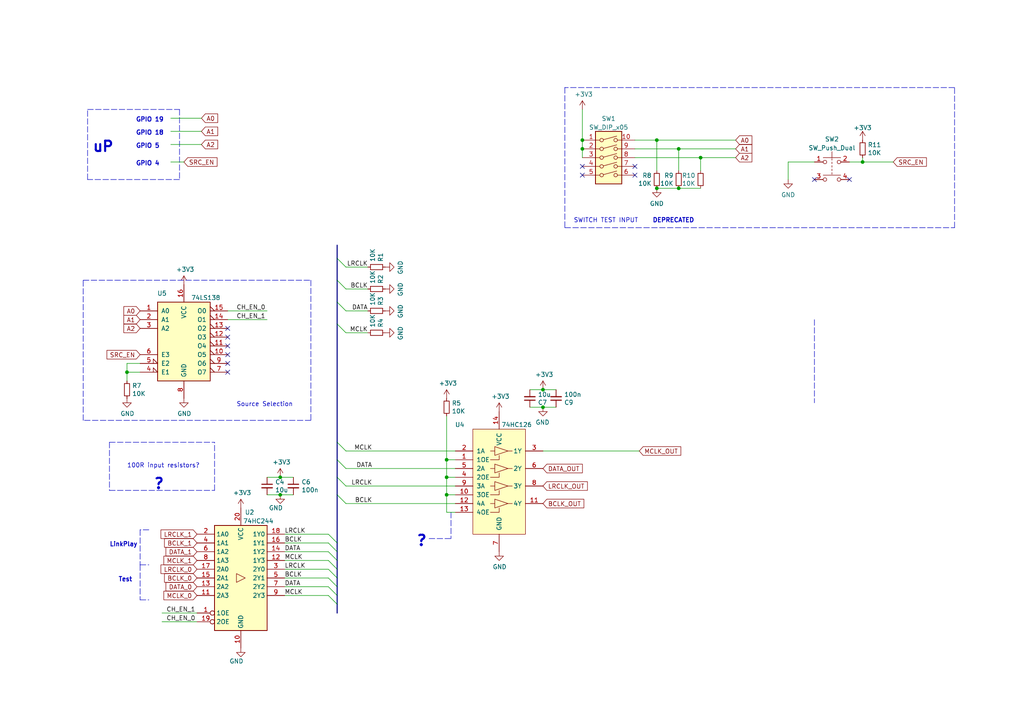
<source format=kicad_sch>
(kicad_sch (version 20211123) (generator eeschema)
  (paper "A4")
  (lib_symbols
    (symbol "74xx:74HC244"
      (property "Reference" "U" (at -7.62 16.51 0))
      (property "Value" "74HC244" (at -7.62 -16.51 0))
      (symbol "74HC244_1_0"
        (polyline (pts (xy 1.27 0) (xy -1.27 1.27) (xy -1.27 -1.27) (xy 1.27 0)) (stroke (width 0.1524)))
        (pin input inverted (at -12.7 -10.16 0) (length 5.08) (name "1OE") (number "1"))
        (pin power_in line (at 0 -20.32 90) (length 5.08) (name "GND") (number "10"))
        (pin input line (at -12.7 -5.08 0) (length 5.08) (name "2A3") (number "11"))
        (pin tri_state line (at 12.7 5.08 180) (length 5.08) (name "1Y3") (number "12"))
        (pin input line (at -12.7 -2.54 0) (length 5.08) (name "2A2") (number "13"))
        (pin tri_state line (at 12.7 7.62 180) (length 5.08) (name "1Y2") (number "14"))
        (pin input line (at -12.7 0 0) (length 5.08) (name "2A1") (number "15"))
        (pin tri_state line (at 12.7 10.16 180) (length 5.08) (name "1Y1") (number "16"))
        (pin input line (at -12.7 2.54 0) (length 5.08) (name "2A0") (number "17"))
        (pin tri_state line (at 12.7 12.7 180) (length 5.08) (name "1Y0") (number "18"))
        (pin input inverted (at -12.7 -12.7 0) (length 5.08) (name "2OE") (number "19"))
        (pin input line (at -12.7 12.7 0) (length 5.08) (name "1A0") (number "2"))
        (pin power_in line (at 0 20.32 270) (length 5.08) (name "VCC") (number "20"))
        (pin tri_state line (at 12.7 2.54 180) (length 5.08) (name "2Y0") (number "3"))
        (pin input line (at -12.7 10.16 0) (length 5.08) (name "1A1") (number "4"))
        (pin tri_state line (at 12.7 0 180) (length 5.08) (name "2Y1") (number "5"))
        (pin input line (at -12.7 7.62 0) (length 5.08) (name "1A2") (number "6"))
        (pin tri_state line (at 12.7 -2.54 180) (length 5.08) (name "2Y2") (number "7"))
        (pin input line (at -12.7 5.08 0) (length 5.08) (name "1A3") (number "8"))
        (pin tri_state line (at 12.7 -5.08 180) (length 5.08) (name "2Y3") (number "9"))
      )
      (symbol "74HC244_1_1"
        (rectangle (start -7.62 15.24) (end 7.62 -15.24) (stroke (width 0.254)) (fill (type background)))
      )
    )
    (symbol "74xx:74LS138" (pin_names (offset 1.016))
      (property "Reference" "U" (at -7.62 11.43 0))
      (property "Value" "74LS138" (at -7.62 -13.97 0))
      (symbol "74LS138_1_0"
        (pin input line (at -12.7 7.62 0) (length 5.08) (name "A0") (number "1"))
        (pin output output_low (at 12.7 -5.08 180) (length 5.08) (name "O5") (number "10"))
        (pin output output_low (at 12.7 -2.54 180) (length 5.08) (name "O4") (number "11"))
        (pin output output_low (at 12.7 0 180) (length 5.08) (name "O3") (number "12"))
        (pin output output_low (at 12.7 2.54 180) (length 5.08) (name "O2") (number "13"))
        (pin output output_low (at 12.7 5.08 180) (length 5.08) (name "O1") (number "14"))
        (pin output output_low (at 12.7 7.62 180) (length 5.08) (name "O0") (number "15"))
        (pin power_in line (at 0 15.24 270) (length 5.08) (name "VCC") (number "16"))
        (pin input line (at -12.7 5.08 0) (length 5.08) (name "A1") (number "2"))
        (pin input line (at -12.7 2.54 0) (length 5.08) (name "A2") (number "3"))
        (pin input input_low (at -12.7 -10.16 0) (length 5.08) (name "E1") (number "4"))
        (pin input input_low (at -12.7 -7.62 0) (length 5.08) (name "E2") (number "5"))
        (pin input line (at -12.7 -5.08 0) (length 5.08) (name "E3") (number "6"))
        (pin output output_low (at 12.7 -10.16 180) (length 5.08) (name "O7") (number "7"))
        (pin power_in line (at 0 -17.78 90) (length 5.08) (name "GND") (number "8"))
        (pin output output_low (at 12.7 -7.62 180) (length 5.08) (name "O6") (number "9"))
      )
      (symbol "74LS138_1_1"
        (rectangle (start -7.62 10.16) (end 7.62 -12.7) (stroke (width 0.254)) (fill (type background)))
      )
    )
    (symbol "Device:C_Small" (pin_numbers hide) (pin_names (offset 0.254) hide)
      (property "Reference" "C" (at 0.254 1.778 0))
      (property "Value" "C_Small" (at 0.254 -2.032 0))
      (symbol "C_Small_0_1"
        (polyline (pts (xy -1.524 -0.508) (xy 1.524 -0.508)) (stroke (width 0.3302)))
        (polyline (pts (xy -1.524 0.508) (xy 1.524 0.508)) (stroke (width 0.3048)))
      )
      (symbol "C_Small_1_1"
        (pin passive line (at 0 2.54 270) (length 2.032) (name "~") (number "1"))
        (pin passive line (at 0 -2.54 90) (length 2.032) (name "~") (number "2"))
      )
    )
    (symbol "Device:R_Small" (pin_numbers hide) (pin_names (offset 0.254) hide)
      (property "Reference" "R" (at 0.762 0.508 0))
      (property "Value" "R_Small" (at 0.762 -1.016 0))
      (symbol "R_Small_0_1"
        (rectangle (start -0.762 1.778) (end 0.762 -1.778) (stroke (width 0.2032)))
      )
      (symbol "R_Small_1_1"
        (pin passive line (at 0 2.54 270) (length 0.762) (name "~") (number "1"))
        (pin passive line (at 0 -2.54 90) (length 0.762) (name "~") (number "2"))
      )
    )
    (symbol "Switch:SW_DIP_x05" (pin_names (offset 0) hide)
      (property "Reference" "SW" (at 0 8.89 0))
      (property "Value" "SW_DIP_x05" (at 0 -8.89 0))
      (symbol "SW_DIP_x05_0_0"
        (circle (center -2.032 -5.08) (radius 0.508))
        (circle (center -2.032 -2.54) (radius 0.508))
        (circle (center -2.032 0) (radius 0.508))
        (circle (center -2.032 2.54) (radius 0.508))
        (circle (center -2.032 5.08) (radius 0.508))
        (polyline (pts (xy -1.524 -4.9276) (xy 2.3622 -3.8862)))
        (polyline (pts (xy -1.524 -2.3876) (xy 2.3622 -1.3462)))
        (polyline (pts (xy -1.524 0.127) (xy 2.3622 1.1684)))
        (polyline (pts (xy -1.524 2.667) (xy 2.3622 3.7084)))
        (polyline (pts (xy -1.524 5.207) (xy 2.3622 6.2484)))
        (circle (center 2.032 -5.08) (radius 0.508))
        (circle (center 2.032 -2.54) (radius 0.508))
        (circle (center 2.032 0) (radius 0.508))
        (circle (center 2.032 2.54) (radius 0.508))
        (circle (center 2.032 5.08) (radius 0.508))
      )
      (symbol "SW_DIP_x05_0_1"
        (rectangle (start -3.81 7.62) (end 3.81 -7.62) (stroke (width 0.254)) (fill (type background)))
      )
      (symbol "SW_DIP_x05_1_1"
        (pin passive line (at -7.62 5.08 0) (length 5.08) (name "~") (number "1"))
        (pin passive line (at 7.62 5.08 180) (length 5.08) (name "~") (number "10"))
        (pin passive line (at -7.62 2.54 0) (length 5.08) (name "~") (number "2"))
        (pin passive line (at -7.62 0 0) (length 5.08) (name "~") (number "3"))
        (pin passive line (at -7.62 -2.54 0) (length 5.08) (name "~") (number "4"))
        (pin passive line (at -7.62 -5.08 0) (length 5.08) (name "~") (number "5"))
        (pin passive line (at 7.62 -5.08 180) (length 5.08) (name "~") (number "6"))
        (pin passive line (at 7.62 -2.54 180) (length 5.08) (name "~") (number "7"))
        (pin passive line (at 7.62 0 180) (length 5.08) (name "~") (number "8"))
        (pin passive line (at 7.62 2.54 180) (length 5.08) (name "~") (number "9"))
      )
    )
    (symbol "Switch:SW_Push_Dual" (pin_names (offset 1.016) hide)
      (property "Reference" "SW" (at 1.27 2.54 0))
      (property "Value" "SW_Push_Dual" (at 0 -6.858 0))
      (symbol "SW_Push_Dual_0_1"
        (circle (center -2.032 -5.08) (radius 0.508))
        (circle (center -2.032 0) (radius 0.508))
        (polyline (pts (xy 0 -3.048) (xy 0 -3.556)))
        (polyline (pts (xy 0 -2.032) (xy 0 -2.54)))
        (polyline (pts (xy 0 -1.524) (xy 0 -1.016)))
        (polyline (pts (xy 0 -0.508) (xy 0 0)))
        (polyline (pts (xy 0 0.508) (xy 0 1.016)))
        (polyline (pts (xy 0 1.27) (xy 0 3.048)))
        (polyline (pts (xy 2.54 -3.81) (xy -2.54 -3.81)))
        (polyline (pts (xy 2.54 1.27) (xy -2.54 1.27)))
        (circle (center 2.032 -5.08) (radius 0.508))
        (circle (center 2.032 0) (radius 0.508))
        (pin passive line (at -5.08 0 0) (length 2.54) (name "1") (number "1"))
        (pin passive line (at 5.08 0 180) (length 2.54) (name "2") (number "2"))
        (pin passive line (at -5.08 -5.08 0) (length 2.54) (name "3") (number "3"))
        (pin passive line (at 5.08 -5.08 180) (length 2.54) (name "4") (number "4"))
      )
    )
    (symbol "i2s-multiplexer:74HC126" (pin_names (offset 1.016))
      (property "Reference" "U" (at -7.62 16.51 0))
      (property "Value" "74HC126" (at 6.35 -17.78 0))
      (symbol "74HC126_0_1"
        (polyline (pts (xy 2.54 -7.62) (xy 3.81 -7.62)))
        (polyline (pts (xy 2.54 -2.54) (xy 3.81 -2.54)))
        (polyline (pts (xy 2.54 2.54) (xy 3.81 2.54)))
        (polyline (pts (xy 2.54 7.62) (xy 3.81 7.62)))
      )
      (symbol "74HC126_1_0"
        (pin input line (at -12.7 5.08 0) (length 5.08) (name "1OE") (number "1"))
        (pin input line (at -12.7 -5.08 0) (length 5.08) (name "3OE") (number "10"))
        (pin tri_state line (at 12.7 -7.62 180) (length 5.08) (name "4Y") (number "11"))
        (pin input line (at -12.7 -7.62 0) (length 5.08) (name "4A") (number "12"))
        (pin input line (at -12.7 -10.16 0) (length 5.08) (name "4OE") (number "13"))
        (pin power_in line (at 0 19.05 270) (length 5.08) (name "VCC") (number "14"))
        (pin input line (at -12.7 7.62 0) (length 5.08) (name "1A") (number "2"))
        (pin tri_state line (at 12.7 7.62 180) (length 5.08) (name "1Y") (number "3"))
        (pin input line (at -12.7 0 0) (length 5.08) (name "2OE") (number "4"))
        (pin input line (at -12.7 2.54 0) (length 5.08) (name "2A") (number "5"))
        (pin tri_state line (at 12.7 2.54 180) (length 5.08) (name "2Y") (number "6"))
        (pin power_in line (at 0 -21.59 90) (length 5.08) (name "GND") (number "7"))
        (pin tri_state line (at 12.7 -2.54 180) (length 5.08) (name "3Y") (number "8"))
        (pin input line (at -12.7 -2.54 0) (length 5.08) (name "3A") (number "9"))
      )
      (symbol "74HC126_1_1"
        (rectangle (start -7.62 13.97) (end 7.62 -16.51) (fill (type background)))
        (polyline (pts (xy -2.54 -7.62) (xy -1.27 -7.62)))
        (polyline (pts (xy -2.54 -2.54) (xy -1.27 -2.54)))
        (polyline (pts (xy -2.54 2.54) (xy -1.27 2.54)))
        (polyline (pts (xy -2.54 7.62) (xy -1.27 7.62)))
        (polyline (pts (xy 39.37 -15.24) (xy 39.37 -15.24)))
        (polyline (pts (xy -2.54 -10.16) (xy 0 -10.16) (xy 0 -8.89)))
        (polyline (pts (xy -2.54 -5.08) (xy 0 -5.08) (xy 0 -3.81)))
        (polyline (pts (xy -2.54 0) (xy 0 0) (xy 0 1.27)))
        (polyline (pts (xy -2.54 5.08) (xy 0 5.08) (xy 0 6.35)))
        (polyline (pts (xy -1.27 -6.35) (xy -1.27 -8.89) (xy 2.54 -7.62) (xy -1.27 -6.35)))
        (polyline (pts (xy -1.27 -1.27) (xy -1.27 -3.81) (xy 2.54 -2.54) (xy -1.27 -1.27)))
        (polyline (pts (xy -1.27 3.81) (xy -1.27 1.27) (xy 2.54 2.54) (xy -1.27 3.81)))
        (polyline (pts (xy -1.27 8.89) (xy -1.27 6.35) (xy 2.54 7.62) (xy -1.27 8.89)))
      )
    )
    (symbol "power:+3.3V" (power) (pin_names (offset 0))
      (property "Value" "+3.3V" (at 0 3.556 0))
      (symbol "+3.3V_0_1"
        (polyline (pts (xy -0.762 1.27) (xy 0 2.54)))
        (polyline (pts (xy 0 0) (xy 0 2.54)))
        (polyline (pts (xy 0 2.54) (xy 0.762 1.27)))
      )
      (symbol "+3.3V_1_1"
        (pin power_in line (at 0 0 90) (length 0) hide (name "+3V3") (number "1"))
      )
    )
    (symbol "power:+3V3" (power) (pin_names (offset 0))
      (property "Value" "+3V3" (at 0 3.556 0))
      (symbol "+3V3_0_1"
        (polyline (pts (xy -0.762 1.27) (xy 0 2.54)))
        (polyline (pts (xy 0 0) (xy 0 2.54)))
        (polyline (pts (xy 0 2.54) (xy 0.762 1.27)))
      )
      (symbol "+3V3_1_1"
        (pin power_in line (at 0 0 90) (length 0) hide (name "+3V3") (number "1"))
      )
    )
    (symbol "power:GND" (power) (pin_names (offset 0))
      (property "Value" "GND" (at 0 -3.81 0))
      (symbol "GND_0_1"
        (polyline (pts (xy 0 0) (xy 0 -1.27) (xy 1.27 -1.27) (xy 0 -2.54) (xy -1.27 -1.27) (xy 0 -1.27)))
      )
      (symbol "GND_1_1"
        (pin power_in line (at 0 0 270) (length 0) hide (name "GND") (number "1"))
      )
    )
  )
  (junction (at 36.83 107.95))
  (junction (at 157.48 113.03))
  (junction (at 129.54 143.51))
  (junction (at 196.85 54.61))
  (junction (at 81.28 143.51))
  (junction (at 168.91 43.18))
  (junction (at 129.54 133.35))
  (junction (at 129.54 138.43))
  (junction (at 81.28 138.43))
  (junction (at 190.5 54.61))
  (junction (at 190.5 40.64))
  (junction (at 157.48 118.11))
  (junction (at 250.19 46.99))
  (junction (at 203.2 45.72))
  (junction (at 168.91 40.64))
  (junction (at 196.85 43.18))
  (no_connect (at 66.04 107.95))
  (no_connect (at 66.04 100.33))
  (no_connect (at 66.04 97.79))
  (no_connect (at 66.04 95.25))
  (no_connect (at 66.04 102.87))
  (no_connect (at 236.22 52.07))
  (no_connect (at 246.38 52.07))
  (no_connect (at 184.15 48.26))
  (no_connect (at 184.15 50.8))
  (no_connect (at 168.91 50.8))
  (no_connect (at 168.91 48.26))
  (no_connect (at 66.04 105.41))
  (bus_entry (at 97.79 157.48) (size -2.54 -2.54))
  (bus_entry (at 97.79 133.35) (size 2.54 2.54))
  (bus_entry (at 95.25 160.02) (size 2.54 2.54))
  (bus_entry (at 97.79 81.28) (size 2.54 2.54))
  (bus_entry (at 95.25 170.18) (size 2.54 2.54))
  (bus_entry (at 97.79 87.63) (size 2.54 2.54))
  (bus_entry (at 95.25 165.1) (size 2.54 2.54))
  (bus_entry (at 97.79 128.27) (size 2.54 2.54))
  (bus_entry (at 95.25 172.72) (size 2.54 2.54))
  (bus_entry (at 97.79 143.51) (size 2.54 2.54))
  (bus_entry (at 97.79 74.93) (size 2.54 2.54))
  (bus_entry (at 95.25 167.64) (size 2.54 2.54))
  (bus_entry (at 97.79 93.98) (size 2.54 2.54))
  (bus_entry (at 95.25 162.56) (size 2.54 2.54))
  (bus_entry (at 97.79 138.43) (size 2.54 2.54))
  (bus_entry (at 95.25 157.48) (size 2.54 2.54))
  (bus (pts (xy 97.79 143.51) (xy 97.79 157.48)))
  (wire (pts (xy 196.85 43.18) (xy 213.36 43.18)))
  (wire (pts (xy 36.83 107.95) (xy 36.83 110.49)))
  (bus (pts (xy 97.79 162.56) (xy 97.79 165.1)))
  (wire (pts (xy 184.15 43.18) (xy 196.85 43.18)))
  (wire (pts (xy 184.15 45.72) (xy 203.2 45.72)))
  (wire (pts (xy 153.67 118.11) (xy 157.48 118.11)))
  (wire (pts (xy 82.55 167.64) (xy 95.25 167.64)))
  (wire (pts (xy 132.08 143.51) (xy 129.54 143.51)))
  (wire (pts (xy 168.91 31.75) (xy 168.91 40.64)))
  (wire (pts (xy 157.48 113.03) (xy 161.29 113.03)))
  (wire (pts (xy 49.53 38.1) (xy 58.42 38.1)))
  (wire (pts (xy 81.28 138.43) (xy 85.09 138.43)))
  (wire (pts (xy 129.54 148.59) (xy 132.08 148.59)))
  (polyline (pts (xy 25.4 52.07) (xy 25.4 31.75)))
  (wire (pts (xy 106.68 90.17) (xy 100.33 90.17)))
  (wire (pts (xy 203.2 45.72) (xy 213.36 45.72)))
  (wire (pts (xy 250.19 46.99) (xy 259.08 46.99)))
  (wire (pts (xy 190.5 40.64) (xy 190.5 49.53)))
  (wire (pts (xy 100.33 140.97) (xy 132.08 140.97)))
  (polyline (pts (xy 163.83 66.04) (xy 276.86 66.04)))
  (polyline (pts (xy 276.86 66.04) (xy 276.86 25.4)))
  (polyline (pts (xy 43.18 153.67) (xy 40.64 153.67)))
  (wire (pts (xy 190.5 54.61) (xy 196.85 54.61)))
  (polyline (pts (xy 90.17 81.28) (xy 90.17 121.92)))
  (wire (pts (xy 196.85 54.61) (xy 203.2 54.61)))
  (wire (pts (xy 157.48 118.11) (xy 161.29 118.11)))
  (wire (pts (xy 236.22 46.99) (xy 228.6 46.99)))
  (bus (pts (xy 97.79 170.18) (xy 97.79 172.72)))
  (polyline (pts (xy 31.75 128.27) (xy 62.23 128.27)))
  (polyline (pts (xy 25.4 31.75) (xy 52.07 31.75)))
  (wire (pts (xy 196.85 43.18) (xy 196.85 49.53)))
  (polyline (pts (xy 52.07 31.75) (xy 52.07 52.07)))
  (bus (pts (xy 97.79 165.1) (xy 97.79 167.64)))
  (bus (pts (xy 97.79 138.43) (xy 97.79 143.51)))
  (polyline (pts (xy 62.23 142.24) (xy 62.23 128.27)))
  (bus (pts (xy 97.79 172.72) (xy 97.79 175.26)))
  (wire (pts (xy 184.15 40.64) (xy 190.5 40.64)))
  (wire (pts (xy 82.55 165.1) (xy 95.25 165.1)))
  (polyline (pts (xy 130.81 148.59) (xy 130.81 156.21)))
  (wire (pts (xy 203.2 45.72) (xy 203.2 49.53)))
  (wire (pts (xy 106.68 77.47) (xy 100.33 77.47)))
  (wire (pts (xy 49.53 34.29) (xy 58.42 34.29)))
  (wire (pts (xy 82.55 157.48) (xy 95.25 157.48)))
  (polyline (pts (xy 124.46 156.21) (xy 130.81 156.21)))
  (wire (pts (xy 190.5 40.64) (xy 213.36 40.64)))
  (wire (pts (xy 168.91 40.64) (xy 168.91 43.18)))
  (polyline (pts (xy 236.22 92.71) (xy 236.22 116.84)))
  (wire (pts (xy 82.55 170.18) (xy 95.25 170.18)))
  (wire (pts (xy 49.53 41.91) (xy 58.42 41.91)))
  (polyline (pts (xy 31.75 142.24) (xy 62.23 142.24)))
  (polyline (pts (xy 163.83 25.4) (xy 163.83 66.04)))
  (wire (pts (xy 46.99 177.8) (xy 57.15 177.8)))
  (bus (pts (xy 97.79 74.93) (xy 97.79 81.28)))
  (wire (pts (xy 46.99 180.34) (xy 57.15 180.34)))
  (wire (pts (xy 129.54 120.65) (xy 129.54 133.35)))
  (polyline (pts (xy 163.83 25.4) (xy 163.83 25.4)))
  (wire (pts (xy 132.08 146.05) (xy 100.33 146.05)))
  (polyline (pts (xy 24.13 81.28) (xy 90.17 81.28)))
  (bus (pts (xy 97.79 71.12) (xy 97.79 74.93)))
  (bus (pts (xy 97.79 160.02) (xy 97.79 162.56)))
  (wire (pts (xy 129.54 133.35) (xy 129.54 138.43)))
  (bus (pts (xy 97.79 81.28) (xy 97.79 87.63)))
  (wire (pts (xy 77.47 138.43) (xy 81.28 138.43)))
  (bus (pts (xy 97.79 167.64) (xy 97.79 170.18)))
  (wire (pts (xy 66.04 90.17) (xy 77.47 90.17)))
  (wire (pts (xy 49.53 46.99) (xy 53.34 46.99)))
  (wire (pts (xy 81.28 143.51) (xy 85.09 143.51)))
  (bus (pts (xy 97.79 128.27) (xy 97.79 133.35)))
  (wire (pts (xy 82.55 172.72) (xy 95.25 172.72)))
  (polyline (pts (xy 40.64 163.83) (xy 43.18 163.83)))
  (wire (pts (xy 77.47 143.51) (xy 81.28 143.51)))
  (wire (pts (xy 106.68 83.82) (xy 100.33 83.82)))
  (bus (pts (xy 97.79 157.48) (xy 97.79 160.02)))
  (wire (pts (xy 157.48 130.81) (xy 185.42 130.81)))
  (wire (pts (xy 100.33 135.89) (xy 132.08 135.89)))
  (polyline (pts (xy 40.64 153.67) (xy 40.64 163.83)))
  (wire (pts (xy 129.54 138.43) (xy 132.08 138.43)))
  (wire (pts (xy 153.67 113.03) (xy 157.48 113.03)))
  (wire (pts (xy 36.83 105.41) (xy 40.64 105.41)))
  (wire (pts (xy 82.55 154.94) (xy 95.25 154.94)))
  (wire (pts (xy 106.68 96.52) (xy 100.33 96.52)))
  (wire (pts (xy 66.04 92.71) (xy 77.47 92.71)))
  (wire (pts (xy 100.33 130.81) (xy 132.08 130.81)))
  (wire (pts (xy 82.55 160.02) (xy 95.25 160.02)))
  (polyline (pts (xy 90.17 121.92) (xy 24.13 121.92)))
  (bus (pts (xy 97.79 175.26) (xy 97.79 177.8)))
  (polyline (pts (xy 24.13 121.92) (xy 24.13 81.28)))
  (bus (pts (xy 97.79 133.35) (xy 97.79 138.43)))
  (wire (pts (xy 246.38 46.99) (xy 250.19 46.99)))
  (wire (pts (xy 36.83 105.41) (xy 36.83 107.95)))
  (polyline (pts (xy 40.64 173.99) (xy 43.18 173.99)))
  (bus (pts (xy 97.79 93.98) (xy 97.79 128.27)))
  (wire (pts (xy 82.55 162.56) (xy 95.25 162.56)))
  (wire (pts (xy 129.54 143.51) (xy 129.54 148.59)))
  (polyline (pts (xy 276.86 25.4) (xy 163.83 25.4)))
  (polyline (pts (xy 31.75 128.27) (xy 31.75 142.24)))
  (wire (pts (xy 129.54 143.51) (xy 129.54 138.43)))
  (wire (pts (xy 168.91 43.18) (xy 168.91 45.72)))
  (polyline (pts (xy 52.07 52.07) (xy 25.4 52.07)))
  (wire (pts (xy 250.19 46.99) (xy 250.19 45.72)))
  (wire (pts (xy 40.64 107.95) (xy 36.83 107.95)))
  (polyline (pts (xy 40.64 163.83) (xy 40.64 173.99)))
  (bus (pts (xy 97.79 87.63) (xy 97.79 93.98)))
  (wire (pts (xy 228.6 46.99) (xy 228.6 52.07)))
  (wire (pts (xy 132.08 133.35) (xy 129.54 133.35)))
  (text "GPIO 18\n" (at 39.37 39.37 0) (effects (font (size 1.27 1.27) bold) (justify left bottom)))
  (text "GPIO 5\n" (at 39.37 43.18 0) (effects (font (size 1.27 1.27) bold) (justify left bottom)))
  (text "DEPRECATED" (at 189.23 64.77 0) (effects (font (size 1.27 1.27) (thickness 0.254) bold) (justify left bottom)))
  (text "LinkPlay" (at 31.75 158.75 0) (effects (font (size 1.27 1.27) bold) (justify left bottom)))
  (text "100R input resistors?" (at 36.83 135.89 0) (effects (font (size 1.27 1.27)) (justify left bottom)))
  (text "Test" (at 34.29 168.91 0) (effects (font (size 1.27 1.27) bold) (justify left bottom)))
  (text "uP" (at 26.67 44.45 0) (effects (font (size 3 3) bold) (justify left bottom)))
  (text "?" (at 120.65 158.75 0) (effects (font (size 3 3) (thickness 0.6) bold) (justify left bottom)))
  (text "SWITCH TEST INPUT" (at 166.37 64.77 0) (effects (font (size 1.27 1.27)) (justify left bottom)))
  (text "Source Selection" (at 68.58 118.11 0) (effects (font (size 1.27 1.27)) (justify left bottom)))
  (text "GPIO 4 " (at 39.37 48.26 0) (effects (font (size 1.27 1.27) bold) (justify left bottom)))
  (text "GPIO 19\n" (at 39.37 35.56 0) (effects (font (size 1.27 1.27) bold) (justify left bottom)))
  (text "?" (at 44.45 142.24 0) (effects (font (size 3 3) (thickness 0.6) bold) (justify left bottom)))
  (label "CH_EN_0" (at 48.26 180.34 0))
  (label "MCLK" (at 106.68 96.52 180))
  (label "CH_EN_1" (at 48.26 177.8 0))
  (label "MCLK" (at 107.95 130.81 180))
  (label "LRCLK" (at 82.55 165.1 0))
  (label "BCLK" (at 82.55 167.64 0))
  (label "CH_EN_1" (at 68.58 92.71 0))
  (label "DATA" (at 82.55 170.18 0))
  (label "BCLK" (at 106.68 83.82 180))
  (label "LRCLK" (at 106.68 77.47 180))
  (label "MCLK" (at 82.55 172.72 0))
  (label "DATA" (at 107.95 135.89 180))
  (label "LRCLK" (at 107.95 140.97 180))
  (label "DATA" (at 106.68 90.17 180))
  (label "DATA" (at 82.55 160.02 0))
  (label "CH_EN_0" (at 68.58 90.17 0))
  (label "BCLK" (at 82.55 157.48 0))
  (label "BCLK" (at 107.95 146.05 180))
  (label "MCLK" (at 82.55 162.56 0))
  (label "LRCLK" (at 82.55 154.94 0))
  (global_label "DATA_1" (shape input) (at 57.15 160.02 180) (property "Intersheet References" "${INTERSHEET_REFS}" (effects hide)))
  (global_label "SRC_EN" (shape input) (at 259.08 46.99 0) (property "Intersheet References" "${INTERSHEET_REFS}" (effects hide)))
  (global_label "SRC_EN" (shape input) (at 40.64 102.87 180) (property "Intersheet References" "${INTERSHEET_REFS}" (effects hide)))
  (global_label "LRCLK_0" (shape input) (at 57.15 165.1 180) (property "Intersheet References" "${INTERSHEET_REFS}" (effects hide)))
  (global_label "A1" (shape input) (at 213.36 43.18 0) (property "Intersheet References" "${INTERSHEET_REFS}" (effects hide)))
  (global_label "A1" (shape input) (at 40.64 92.71 180) (property "Intersheet References" "${INTERSHEET_REFS}" (effects hide)))
  (global_label "MCLK_1" (shape input) (at 57.15 162.56 180) (property "Intersheet References" "${INTERSHEET_REFS}" (effects hide)))
  (global_label "DATA_OUT" (shape input) (at 157.48 135.89 0) (property "Intersheet References" "${INTERSHEET_REFS}" (effects hide)))
  (global_label "BCLK_1" (shape input) (at 57.15 157.48 180) (property "Intersheet References" "${INTERSHEET_REFS}" (effects hide)))
  (global_label "BCLK_0" (shape input) (at 57.15 167.64 180) (property "Intersheet References" "${INTERSHEET_REFS}" (effects hide)))
  (global_label "A2" (shape input) (at 58.42 41.91 0) (property "Intersheet References" "${INTERSHEET_REFS}" (effects hide)))
  (global_label "LRCLK_OUT" (shape input) (at 157.48 140.97 0) (property "Intersheet References" "${INTERSHEET_REFS}" (effects hide)))
  (global_label "LRCLK_1" (shape input) (at 57.15 154.94 180) (property "Intersheet References" "${INTERSHEET_REFS}" (effects hide)))
  (global_label "A2" (shape input) (at 213.36 45.72 0) (property "Intersheet References" "${INTERSHEET_REFS}" (effects hide)))
  (global_label "SRC_EN" (shape input) (at 53.34 46.99 0) (property "Intersheet References" "${INTERSHEET_REFS}" (effects hide)))
  (global_label "A0" (shape input) (at 58.42 34.29 0) (property "Intersheet References" "${INTERSHEET_REFS}" (effects hide)))
  (global_label "A1" (shape input) (at 58.42 38.1 0) (property "Intersheet References" "${INTERSHEET_REFS}" (effects hide)))
  (global_label "MCLK_OUT" (shape input) (at 185.42 130.81 0) (property "Intersheet References" "${INTERSHEET_REFS}" (effects hide)))
  (global_label "DATA_0" (shape input) (at 57.15 170.18 180) (property "Intersheet References" "${INTERSHEET_REFS}" (effects hide)))
  (global_label "MCLK_0" (shape input) (at 57.15 172.72 180) (property "Intersheet References" "${INTERSHEET_REFS}" (effects hide)))
  (global_label "BCLK_OUT" (shape input) (at 157.48 146.05 0) (property "Intersheet References" "${INTERSHEET_REFS}" (effects hide)))
  (global_label "A2" (shape input) (at 40.64 95.25 180) (property "Intersheet References" "${INTERSHEET_REFS}" (effects hide)))
  (global_label "A0" (shape input) (at 40.64 90.17 180) (property "Intersheet References" "${INTERSHEET_REFS}" (effects hide)))
  (global_label "A0" (shape input) (at 213.36 40.64 0) (property "Intersheet References" "${INTERSHEET_REFS}" (effects hide)))
  (symbol (lib_id "power:GND") (at 36.83 115.57 0) (unit 1)
    (property "Reference" "#PWR027" (effects hide))
    (property "Value" "GND" (at 36.957 119.9642 0))
  )
  (symbol (lib_id "Device:R_Small") (at 36.83 113.03 0) (unit 1)
    (property "Reference" "R7" (at 38.3286 111.8616 0) (effects (justify left)))
    (property "Value" "10K" (at 38.3286 114.173 0) (effects (justify left)))
    (property "Footprint" "Resistor_SMD:R_0805_2012Metric_Pad1.15x1.40mm_HandSolder" (effects hide))
  )
  (symbol (lib_id "Device:R_Small") (at 109.22 96.52 270) (mirror x) (unit 1)
    (property "Reference" "R4" (at 110.3884 95.0214 0) (effects (justify left)))
    (property "Value" "10K" (at 108.077 95.0214 0) (effects (justify left)))
    (property "Footprint" "Resistor_SMD:R_0805_2012Metric_Pad1.15x1.40mm_HandSolder" (effects hide))
  )
  (symbol (lib_id "power:GND") (at 111.76 83.82 90) (mirror x) (unit 1)
    (property "Reference" "#PWR015" (effects hide))
    (property "Value" "GND" (at 116.1542 83.947 0))
  )
  (symbol (lib_id "power:+3V3") (at 250.19 40.64 0) (unit 1)
    (property "Reference" "#PWR04" (effects hide))
    (property "Value" "+3V3" (at 250.19 37.0642 0))
  )
  (symbol (lib_id "Device:C_Small") (at 153.67 115.57 0) (mirror x) (unit 1)
    (property "Reference" "C7" (at 156.0068 116.7384 0) (effects (justify left)))
    (property "Value" "10u" (at 156.0068 114.427 0) (effects (justify left)))
    (property "Footprint" "Capacitor_SMD:C_0805_2012Metric_Pad1.15x1.40mm_HandSolder" (effects hide))
  )
  (symbol (lib_id "Device:R_Small") (at 109.22 77.47 270) (mirror x) (unit 1)
    (property "Reference" "R1" (at 110.3884 75.9714 0) (effects (justify left)))
    (property "Value" "10K" (at 108.077 75.9714 0) (effects (justify left)))
    (property "Footprint" "Resistor_SMD:R_0805_2012Metric_Pad1.15x1.40mm_HandSolder" (effects hide))
  )
  (symbol (lib_id "power:GND") (at 69.85 187.96 0) (unit 1)
    (property "Reference" "#PWR010" (effects hide))
    (property "Value" "GND" (at 68.58 191.77 0))
  )
  (symbol (lib_id "power:GND") (at 53.34 115.57 0) (unit 1)
    (property "Reference" "#PWR029" (effects hide))
    (property "Value" "GND" (at 53.467 119.9642 0))
  )
  (symbol (lib_id "power:GND") (at 111.76 90.17 90) (mirror x) (unit 1)
    (property "Reference" "#PWR016" (effects hide))
    (property "Value" "GND" (at 116.1542 90.297 0))
  )
  (symbol (lib_id "power:+3.3V") (at 69.85 147.32 0) (unit 1)
    (property "Reference" "#PWR09" (effects hide))
    (property "Value" "+3.3V" (at 70.231 142.9258 0))
  )
  (symbol (lib_id "power:GND") (at 111.76 96.52 90) (mirror x) (unit 1)
    (property "Reference" "#PWR017" (effects hide))
    (property "Value" "GND" (at 116.1542 96.647 0))
  )
  (symbol (lib_id "power:+3V3") (at 129.54 115.57 0) (unit 1)
    (property "Reference" "#PWR018" (effects hide))
    (property "Value" "+3V3" (at 129.921 111.1758 0))
  )
  (symbol (lib_id "Switch:SW_DIP_x05") (at 176.53 45.72 0) (unit 1)
    (property "Reference" "SW1" (at 176.53 34.4002 0))
    (property "Value" "SW_DIP_x05" (at 176.53 36.9371 0))
  )
  (symbol (lib_id "Device:R_Small") (at 250.19 43.18 0) (unit 1)
    (property "Reference" "R11" (at 251.6886 42.0116 0) (effects (justify left)))
    (property "Value" "10K" (at 251.6886 44.323 0) (effects (justify left)))
    (property "Footprint" "Resistor_SMD:R_0805_2012Metric_Pad1.15x1.40mm_HandSolder" (effects hide))
  )
  (symbol (lib_id "74xx:74HC244") (at 69.85 167.64 0) (unit 1)
    (property "Reference" "U2" (at 72.39 148.59 0))
    (property "Value" "74HC244" (at 74.93 151.13 0))
    (property "Footprint" "Package_SO:SOIC-20W_7.5x12.8mm_P1.27mm" (effects hide))
    (property "Datasheet" "https://assets.nexperia.com/documents/data-sheet/74HC_HCT244.pdf" (effects hide))
  )
  (symbol (lib_id "Device:R_Small") (at 109.22 83.82 270) (mirror x) (unit 1)
    (property "Reference" "R2" (at 110.3884 82.3214 0) (effects (justify left)))
    (property "Value" "10K" (at 108.077 82.3214 0) (effects (justify left)))
    (property "Footprint" "Resistor_SMD:R_0805_2012Metric_Pad1.15x1.40mm_HandSolder" (effects hide))
  )
  (symbol (lib_id "power:GND") (at 190.5 54.61 0) (unit 1)
    (property "Reference" "#PWR02" (effects hide))
    (property "Value" "GND" (at 190.5 59.0534 0))
  )
  (symbol (lib_id "power:GND") (at 111.76 77.47 90) (mirror x) (unit 1)
    (property "Reference" "#PWR014" (effects hide))
    (property "Value" "GND" (at 116.1542 77.597 0))
  )
  (symbol (lib_id "74xx:74LS138") (at 53.34 97.79 0) (unit 1)
    (property "Reference" "U5" (at 46.99 85.09 0))
    (property "Value" "74LS138" (at 59.69 86.36 0))
    (property "Footprint" "Package_SO:SOIC-16_3.9x9.9mm_P1.27mm" (effects hide))
    (property "Datasheet" "http://www.ti.com/lit/gpn/sn74LS138" (effects hide))
  )
  (symbol (lib_id "i2s-multiplexer:74HC126") (at 144.78 138.43 0) (unit 1)
    (property "Reference" "U4" (at 133.35 123.19 0))
    (property "Value" "74HC126" (at 149.86 123.19 0))
    (property "Footprint" "Package_SO:SOIC-14_3.9x8.7mm_P1.27mm" (effects hide))
    (property "Datasheet" "http://www.ti.com/lit/gpn/sn74LS95" (effects hide))
  )
  (symbol (lib_id "Device:R_Small") (at 109.22 90.17 270) (mirror x) (unit 1)
    (property "Reference" "R3" (at 110.3884 88.6714 0) (effects (justify left)))
    (property "Value" "10K" (at 108.077 88.6714 0) (effects (justify left)))
    (property "Footprint" "Resistor_SMD:R_0805_2012Metric_Pad1.15x1.40mm_HandSolder" (effects hide))
  )
  (symbol (lib_id "Switch:SW_Push_Dual") (at 241.3 46.99 0) (unit 1)
    (property "Reference" "SW2" (at 241.3 40.3692 0))
    (property "Value" "SW_Push_Dual" (at 241.3 42.9061 0))
  )
  (symbol (lib_id "power:+3V3") (at 144.78 119.38 0) (unit 1)
    (property "Reference" "#PWR024" (effects hide))
    (property "Value" "+3V3" (at 145.161 114.9858 0))
  )
  (symbol (lib_id "Device:R_Small") (at 190.5 52.07 0) (mirror y) (unit 1)
    (property "Reference" "R8" (at 189.0014 50.9016 0) (effects (justify left)))
    (property "Value" "10K" (at 189.0014 53.213 0) (effects (justify left)))
    (property "Footprint" "Resistor_SMD:R_0805_2012Metric_Pad1.15x1.40mm_HandSolder" (effects hide))
  )
  (symbol (lib_id "Device:R_Small") (at 203.2 52.07 0) (mirror y) (unit 1)
    (property "Reference" "R10" (at 201.7014 50.9016 0) (effects (justify left)))
    (property "Value" "10K" (at 201.7014 53.213 0) (effects (justify left)))
    (property "Footprint" "Resistor_SMD:R_0805_2012Metric_Pad1.15x1.40mm_HandSolder" (effects hide))
  )
  (symbol (lib_id "power:GND") (at 144.78 160.02 0) (unit 1)
    (property "Reference" "#PWR025" (effects hide))
    (property "Value" "GND" (at 144.907 164.4142 0))
  )
  (symbol (lib_id "Device:R_Small") (at 196.85 52.07 0) (mirror y) (unit 1)
    (property "Reference" "R9" (at 195.3514 50.9016 0) (effects (justify left)))
    (property "Value" "10K" (at 195.3514 53.213 0) (effects (justify left)))
    (property "Footprint" "Resistor_SMD:R_0805_2012Metric_Pad1.15x1.40mm_HandSolder" (effects hide))
  )
  (symbol (lib_id "power:GND") (at 228.6 52.07 0) (unit 1)
    (property "Reference" "#PWR03" (effects hide))
    (property "Value" "GND" (at 228.6 56.5134 0))
  )
  (symbol (lib_id "power:+3V3") (at 168.91 31.75 0) (unit 1)
    (property "Reference" "#PWR01" (effects hide))
    (property "Value" "+3V3" (at 169.291 27.3558 0))
  )
  (symbol (lib_id "Device:C_Small") (at 85.09 140.97 0) (unit 1)
    (property "Reference" "C6" (at 87.4268 139.8016 0) (effects (justify left)))
    (property "Value" "100n" (at 87.4268 142.113 0) (effects (justify left)))
    (property "Footprint" "Capacitor_SMD:C_0805_2012Metric_Pad1.15x1.40mm_HandSolder" (effects hide))
  )
  (symbol (lib_id "Device:C_Small") (at 161.29 115.57 0) (mirror x) (unit 1)
    (property "Reference" "C9" (at 163.6268 116.7384 0) (effects (justify left)))
    (property "Value" "100n" (at 163.6268 114.427 0) (effects (justify left)))
    (property "Footprint" "Capacitor_SMD:C_0805_2012Metric_Pad1.15x1.40mm_HandSolder" (effects hide))
  )
  (symbol (lib_id "power:+3.3V") (at 81.28 138.43 0) (unit 1)
    (property "Reference" "#PWR0106" (effects hide))
    (property "Value" "+3.3V" (at 81.661 134.0358 0))
  )
  (symbol (lib_id "Device:R_Small") (at 129.54 118.11 0) (unit 1)
    (property "Reference" "R5" (at 131.0386 116.9416 0) (effects (justify left)))
    (property "Value" "10K" (at 131.0386 119.253 0) (effects (justify left)))
    (property "Footprint" "Resistor_SMD:R_0805_2012Metric_Pad1.15x1.40mm_HandSolder" (effects hide))
  )
  (symbol (lib_id "power:+3V3") (at 157.48 113.03 0) (unit 1)
    (property "Reference" "#PWR0107" (effects hide))
    (property "Value" "+3V3" (at 157.861 108.6358 0))
  )
  (symbol (lib_id "power:GND") (at 81.28 143.51 0) (unit 1)
    (property "Reference" "#PWR0105" (effects hide))
    (property "Value" "GND" (at 80.01 147.32 0))
  )
  (symbol (lib_id "power:+3.3V") (at 53.34 82.55 0) (unit 1)
    (property "Reference" "#PWR028" (effects hide))
    (property "Value" "+3.3V" (at 53.721 78.1558 0))
  )
  (symbol (lib_id "Device:C_Small") (at 77.47 140.97 0) (unit 1)
    (property "Reference" "C4" (at 79.8068 139.8016 0) (effects (justify left)))
    (property "Value" "10u" (at 79.8068 142.113 0) (effects (justify left)))
    (property "Footprint" "Capacitor_SMD:C_0805_2012Metric_Pad1.15x1.40mm_HandSolder" (effects hide))
  )
  (symbol (lib_id "power:GND") (at 157.48 118.11 0) (mirror y) (unit 1)
    (property "Reference" "#PWR0108" (effects hide))
    (property "Value" "GND" (at 157.353 122.5042 0))
  )
)
</source>
